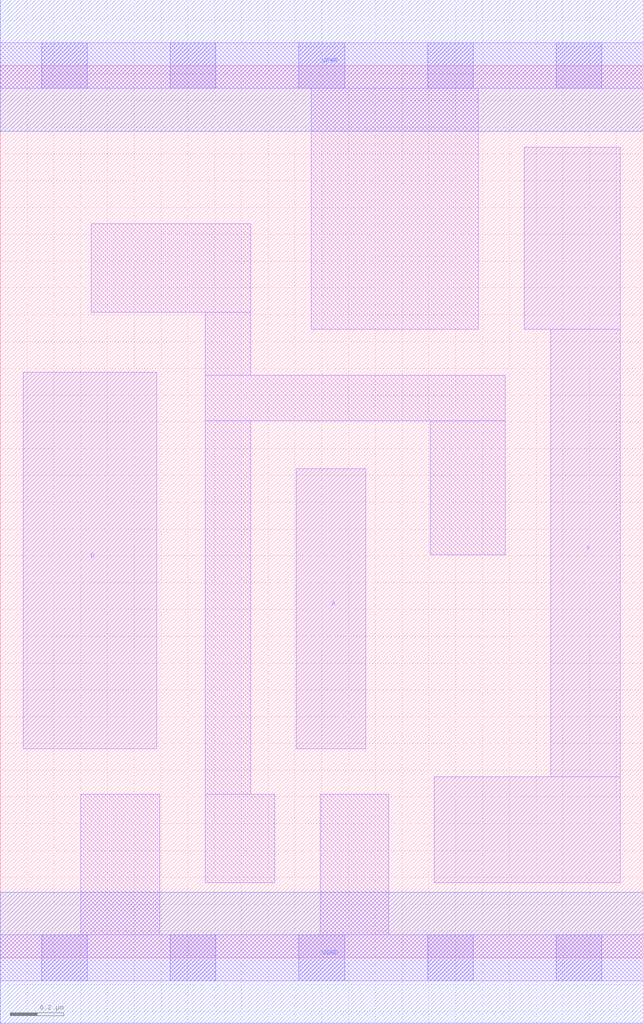
<source format=lef>
# Copyright 2020 The SkyWater PDK Authors
#
# Licensed under the Apache License, Version 2.0 (the "License");
# you may not use this file except in compliance with the License.
# You may obtain a copy of the License at
#
#     https://www.apache.org/licenses/LICENSE-2.0
#
# Unless required by applicable law or agreed to in writing, software
# distributed under the License is distributed on an "AS IS" BASIS,
# WITHOUT WARRANTIES OR CONDITIONS OF ANY KIND, either express or implied.
# See the License for the specific language governing permissions and
# limitations under the License.
#
# SPDX-License-Identifier: Apache-2.0

VERSION 5.7 ;
  NAMESCASESENSITIVE ON ;
  NOWIREEXTENSIONATPIN ON ;
  DIVIDERCHAR "/" ;
  BUSBITCHARS "[]" ;
UNITS
  DATABASE MICRONS 200 ;
END UNITS
MACRO sky130_fd_sc_lp__or2_0
  CLASS CORE ;
  FOREIGN sky130_fd_sc_lp__or2_0 ;
  ORIGIN  0.000000  0.000000 ;
  SIZE  2.400000 BY  3.330000 ;
  SYMMETRY X Y R90 ;
  SITE unit ;
  PIN A
    ANTENNAGATEAREA  0.126000 ;
    DIRECTION INPUT ;
    USE SIGNAL ;
    PORT
      LAYER li1 ;
        RECT 1.105000 0.780000 1.365000 1.825000 ;
    END
  END A
  PIN B
    ANTENNAGATEAREA  0.126000 ;
    DIRECTION INPUT ;
    USE SIGNAL ;
    PORT
      LAYER li1 ;
        RECT 0.085000 0.780000 0.585000 2.185000 ;
    END
  END B
  PIN X
    ANTENNADIFFAREA  0.280900 ;
    DIRECTION OUTPUT ;
    USE SIGNAL ;
    PORT
      LAYER li1 ;
        RECT 1.620000 0.280000 2.315000 0.675000 ;
        RECT 1.955000 2.345000 2.315000 3.025000 ;
        RECT 2.055000 0.675000 2.315000 2.345000 ;
    END
  END X
  PIN VGND
    DIRECTION INOUT ;
    USE GROUND ;
    PORT
      LAYER met1 ;
        RECT 0.000000 -0.245000 2.400000 0.245000 ;
    END
  END VGND
  PIN VPWR
    DIRECTION INOUT ;
    USE POWER ;
    PORT
      LAYER met1 ;
        RECT 0.000000 3.085000 2.400000 3.575000 ;
    END
  END VPWR
  OBS
    LAYER li1 ;
      RECT 0.000000 -0.085000 2.400000 0.085000 ;
      RECT 0.000000  3.245000 2.400000 3.415000 ;
      RECT 0.300000  0.085000 0.595000 0.610000 ;
      RECT 0.340000  2.410000 0.935000 2.740000 ;
      RECT 0.765000  0.280000 1.025000 0.610000 ;
      RECT 0.765000  0.610000 0.935000 2.005000 ;
      RECT 0.765000  2.005000 1.885000 2.175000 ;
      RECT 0.765000  2.175000 0.935000 2.410000 ;
      RECT 1.160000  2.345000 1.785000 3.245000 ;
      RECT 1.195000  0.085000 1.450000 0.610000 ;
      RECT 1.605000  1.505000 1.885000 2.005000 ;
    LAYER mcon ;
      RECT 0.155000 -0.085000 0.325000 0.085000 ;
      RECT 0.155000  3.245000 0.325000 3.415000 ;
      RECT 0.635000 -0.085000 0.805000 0.085000 ;
      RECT 0.635000  3.245000 0.805000 3.415000 ;
      RECT 1.115000 -0.085000 1.285000 0.085000 ;
      RECT 1.115000  3.245000 1.285000 3.415000 ;
      RECT 1.595000 -0.085000 1.765000 0.085000 ;
      RECT 1.595000  3.245000 1.765000 3.415000 ;
      RECT 2.075000 -0.085000 2.245000 0.085000 ;
      RECT 2.075000  3.245000 2.245000 3.415000 ;
  END
END sky130_fd_sc_lp__or2_0
END LIBRARY

</source>
